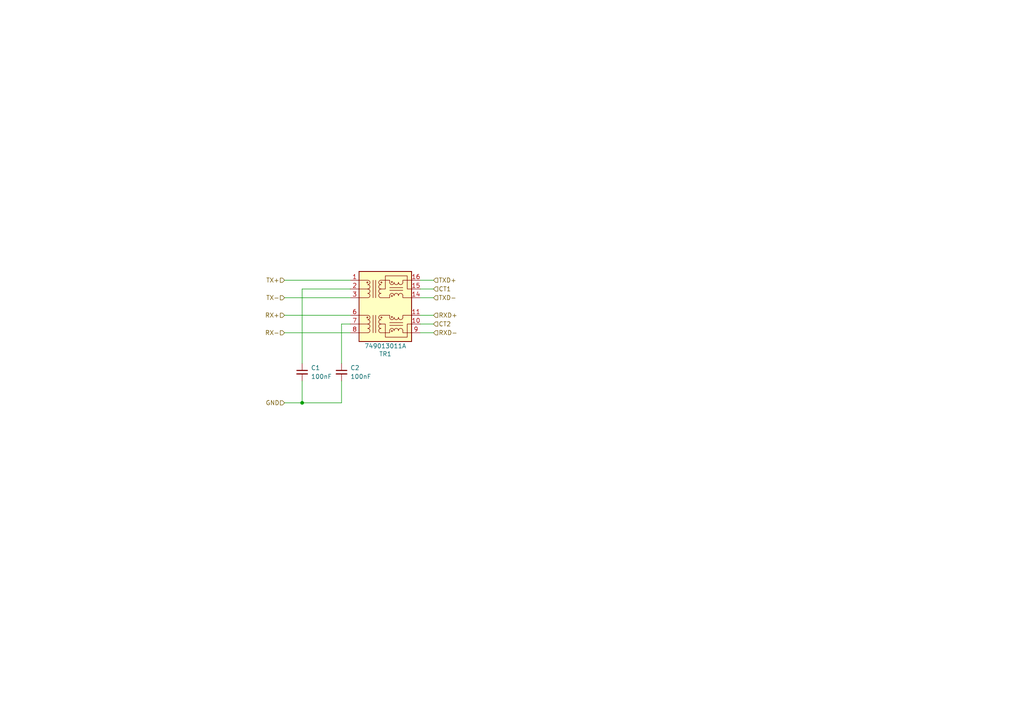
<source format=kicad_sch>
(kicad_sch (version 20211123) (generator eeschema)

  (uuid 6374af81-eb99-47c9-9795-8416c35ddfad)

  (paper "A4")

  (lib_symbols
    (symbol "Device:C_Small" (pin_numbers hide) (pin_names (offset 0.254) hide) (in_bom yes) (on_board yes)
      (property "Reference" "C" (id 0) (at 0.254 1.778 0)
        (effects (font (size 1.27 1.27)) (justify left))
      )
      (property "Value" "C_Small" (id 1) (at 0.254 -2.032 0)
        (effects (font (size 1.27 1.27)) (justify left))
      )
      (property "Footprint" "" (id 2) (at 0 0 0)
        (effects (font (size 1.27 1.27)) hide)
      )
      (property "Datasheet" "~" (id 3) (at 0 0 0)
        (effects (font (size 1.27 1.27)) hide)
      )
      (property "ki_keywords" "capacitor cap" (id 4) (at 0 0 0)
        (effects (font (size 1.27 1.27)) hide)
      )
      (property "ki_description" "Unpolarized capacitor, small symbol" (id 5) (at 0 0 0)
        (effects (font (size 1.27 1.27)) hide)
      )
      (property "ki_fp_filters" "C_*" (id 6) (at 0 0 0)
        (effects (font (size 1.27 1.27)) hide)
      )
      (symbol "C_Small_0_1"
        (polyline
          (pts
            (xy -1.524 -0.508)
            (xy 1.524 -0.508)
          )
          (stroke (width 0.3302) (type default) (color 0 0 0 0))
          (fill (type none))
        )
        (polyline
          (pts
            (xy -1.524 0.508)
            (xy 1.524 0.508)
          )
          (stroke (width 0.3048) (type default) (color 0 0 0 0))
          (fill (type none))
        )
      )
      (symbol "C_Small_1_1"
        (pin passive line (at 0 2.54 270) (length 2.032)
          (name "~" (effects (font (size 1.27 1.27))))
          (number "1" (effects (font (size 1.27 1.27))))
        )
        (pin passive line (at 0 -2.54 90) (length 2.032)
          (name "~" (effects (font (size 1.27 1.27))))
          (number "2" (effects (font (size 1.27 1.27))))
        )
      )
    )
    (symbol "Transformer:PT61017PEL" (pin_names hide) (in_bom yes) (on_board yes)
      (property "Reference" "TR" (id 0) (at 0 10.795 0)
        (effects (font (size 1.27 1.27)))
      )
      (property "Value" "PT61017PEL" (id 1) (at 0 -10.795 0)
        (effects (font (size 1.27 1.27)))
      )
      (property "Footprint" "Transformer_SMD:Transformer_Ethernet_Bourns_PT61017PEL" (id 2) (at 0 -12.7 0)
        (effects (font (size 1.27 1.27)) hide)
      )
      (property "Datasheet" "https://www.bourns.com/docs/Product-Datasheets/PT61017PEL.pdf" (id 3) (at 0 -15.24 0)
        (effects (font (size 1.27 1.27)) hide)
      )
      (property "ki_keywords" "single port ethernet transformer poe center-tap" (id 4) (at 0 0 0)
        (effects (font (size 1.27 1.27)) hide)
      )
      (property "ki_description" "Ethernet LAN 10/100 Base-Tx Transformer with Center Taps" (id 5) (at 0 0 0)
        (effects (font (size 1.27 1.27)) hide)
      )
      (property "ki_fp_filters" "Transformer*Ethernet*Bourns*PT61017PEL*" (id 6) (at 0 0 0)
        (effects (font (size 1.27 1.27)) hide)
      )
      (symbol "PT61017PEL_0_1"
        (rectangle (start -7.62 10.16) (end 7.62 -10.16)
          (stroke (width 0.254) (type default) (color 0 0 0 0))
          (fill (type background))
        )
        (circle (center -5.207 3.175) (radius 0.1778)
          (stroke (width 0) (type default) (color 0 0 0 0))
          (fill (type none))
        )
        (arc (start -5.08 6.35) (mid -4.445 6.985) (end -5.08 7.62)
          (stroke (width 0) (type default) (color 0 0 0 0))
          (fill (type none))
        )
        (polyline
          (pts
            (xy -5.08 2.54)
            (xy -7.62 2.54)
          )
          (stroke (width 0) (type default) (color 0 0 0 0))
          (fill (type none))
        )
        (polyline
          (pts
            (xy -5.08 5.08)
            (xy -7.62 5.08)
          )
          (stroke (width 0) (type default) (color 0 0 0 0))
          (fill (type none))
        )
        (polyline
          (pts
            (xy -5.08 7.62)
            (xy -7.62 7.62)
          )
          (stroke (width 0) (type default) (color 0 0 0 0))
          (fill (type none))
        )
        (polyline
          (pts
            (xy -3.556 -2.54)
            (xy -3.556 -7.62)
          )
          (stroke (width 0) (type default) (color 0 0 0 0))
          (fill (type none))
        )
        (polyline
          (pts
            (xy -3.556 2.54)
            (xy -3.556 7.62)
          )
          (stroke (width 0) (type default) (color 0 0 0 0))
          (fill (type none))
        )
        (polyline
          (pts
            (xy -2.794 -7.62)
            (xy -2.794 -2.54)
          )
          (stroke (width 0) (type default) (color 0 0 0 0))
          (fill (type none))
        )
        (polyline
          (pts
            (xy -2.794 7.62)
            (xy -2.794 2.54)
          )
          (stroke (width 0) (type default) (color 0 0 0 0))
          (fill (type none))
        )
        (polyline
          (pts
            (xy 1.27 4.699)
            (xy 5.08 4.699)
          )
          (stroke (width 0) (type default) (color 0 0 0 0))
          (fill (type none))
        )
        (polyline
          (pts
            (xy 1.27 5.461)
            (xy 5.08 5.461)
          )
          (stroke (width 0) (type default) (color 0 0 0 0))
          (fill (type none))
        )
        (polyline
          (pts
            (xy -1.27 2.54)
            (xy 1.27 2.54)
            (xy 1.27 3.175)
          )
          (stroke (width 0) (type default) (color 0 0 0 0))
          (fill (type none))
        )
        (polyline
          (pts
            (xy 1.27 6.985)
            (xy 1.27 7.62)
            (xy -1.27 7.62)
          )
          (stroke (width 0) (type default) (color 0 0 0 0))
          (fill (type none))
        )
        (polyline
          (pts
            (xy 5.08 3.175)
            (xy 5.08 2.54)
            (xy 7.62 2.54)
          )
          (stroke (width 0) (type default) (color 0 0 0 0))
          (fill (type none))
        )
        (polyline
          (pts
            (xy 5.08 6.985)
            (xy 5.08 7.62)
            (xy 7.62 7.62)
          )
          (stroke (width 0) (type default) (color 0 0 0 0))
          (fill (type none))
        )
        (polyline
          (pts
            (xy -1.27 5.08)
            (xy 0 5.08)
            (xy 0 8.89)
            (xy 6.35 8.89)
            (xy 6.35 5.08)
            (xy 7.62 5.08)
          )
          (stroke (width 0) (type default) (color 0 0 0 0))
          (fill (type none))
        )
      )
      (symbol "PT61017PEL_1_1"
        (circle (center -5.207 -6.985) (radius 0.1778)
          (stroke (width 0) (type default) (color 0 0 0 0))
          (fill (type none))
        )
        (arc (start -5.08 -7.62) (mid -4.445 -6.985) (end -5.08 -6.35)
          (stroke (width 0) (type default) (color 0 0 0 0))
          (fill (type none))
        )
        (arc (start -5.08 -6.35) (mid -4.445 -5.715) (end -5.08 -5.08)
          (stroke (width 0) (type default) (color 0 0 0 0))
          (fill (type none))
        )
        (arc (start -5.08 -5.08) (mid -4.445 -4.445) (end -5.08 -3.81)
          (stroke (width 0) (type default) (color 0 0 0 0))
          (fill (type none))
        )
        (arc (start -5.08 -3.81) (mid -4.445 -3.175) (end -5.08 -2.54)
          (stroke (width 0) (type default) (color 0 0 0 0))
          (fill (type none))
        )
        (arc (start -5.08 2.54) (mid -4.445 3.175) (end -5.08 3.81)
          (stroke (width 0) (type default) (color 0 0 0 0))
          (fill (type none))
        )
        (arc (start -5.08 3.81) (mid -4.445 4.445) (end -5.08 5.08)
          (stroke (width 0) (type default) (color 0 0 0 0))
          (fill (type none))
        )
        (arc (start -5.08 5.08) (mid -4.445 5.715) (end -5.08 6.35)
          (stroke (width 0) (type default) (color 0 0 0 0))
          (fill (type none))
        )
        (arc (start -1.27 -6.35) (mid -1.905 -6.985) (end -1.27 -7.62)
          (stroke (width 0) (type default) (color 0 0 0 0))
          (fill (type none))
        )
        (arc (start -1.27 -5.08) (mid -1.905 -5.715) (end -1.27 -6.35)
          (stroke (width 0) (type default) (color 0 0 0 0))
          (fill (type none))
        )
        (arc (start -1.27 -3.81) (mid -1.905 -4.445) (end -1.27 -5.08)
          (stroke (width 0) (type default) (color 0 0 0 0))
          (fill (type none))
        )
        (arc (start -1.27 -2.54) (mid -1.905 -3.175) (end -1.27 -3.81)
          (stroke (width 0) (type default) (color 0 0 0 0))
          (fill (type none))
        )
        (arc (start -1.27 3.81) (mid -1.905 3.175) (end -1.27 2.54)
          (stroke (width 0) (type default) (color 0 0 0 0))
          (fill (type none))
        )
        (arc (start -1.27 5.08) (mid -1.905 4.445) (end -1.27 3.81)
          (stroke (width 0) (type default) (color 0 0 0 0))
          (fill (type none))
        )
        (arc (start -1.27 6.35) (mid -1.905 5.715) (end -1.27 5.08)
          (stroke (width 0) (type default) (color 0 0 0 0))
          (fill (type none))
        )
        (arc (start -1.27 7.62) (mid -1.905 6.985) (end -1.27 6.35)
          (stroke (width 0) (type default) (color 0 0 0 0))
          (fill (type none))
        )
        (circle (center -1.143 -6.985) (radius 0.1778)
          (stroke (width 0) (type default) (color 0 0 0 0))
          (fill (type none))
        )
        (circle (center -1.143 3.175) (radius 0.1778)
          (stroke (width 0) (type default) (color 0 0 0 0))
          (fill (type none))
        )
        (polyline
          (pts
            (xy -5.08 -7.62)
            (xy -7.62 -7.62)
          )
          (stroke (width 0) (type default) (color 0 0 0 0))
          (fill (type none))
        )
        (polyline
          (pts
            (xy -5.08 -5.08)
            (xy -7.62 -5.08)
          )
          (stroke (width 0) (type default) (color 0 0 0 0))
          (fill (type none))
        )
        (polyline
          (pts
            (xy -5.08 -2.54)
            (xy -7.62 -2.54)
          )
          (stroke (width 0) (type default) (color 0 0 0 0))
          (fill (type none))
        )
        (polyline
          (pts
            (xy 1.27 -5.461)
            (xy 5.08 -5.461)
          )
          (stroke (width 0) (type default) (color 0 0 0 0))
          (fill (type none))
        )
        (polyline
          (pts
            (xy 1.27 -4.699)
            (xy 5.08 -4.699)
          )
          (stroke (width 0) (type default) (color 0 0 0 0))
          (fill (type none))
        )
        (polyline
          (pts
            (xy -1.27 -7.62)
            (xy 1.27 -7.62)
            (xy 1.27 -6.985)
          )
          (stroke (width 0) (type default) (color 0 0 0 0))
          (fill (type none))
        )
        (polyline
          (pts
            (xy 1.27 -3.175)
            (xy 1.27 -2.54)
            (xy -1.27 -2.54)
          )
          (stroke (width 0) (type default) (color 0 0 0 0))
          (fill (type none))
        )
        (polyline
          (pts
            (xy 5.08 -6.985)
            (xy 5.08 -7.62)
            (xy 7.62 -7.62)
          )
          (stroke (width 0) (type default) (color 0 0 0 0))
          (fill (type none))
        )
        (polyline
          (pts
            (xy 5.08 -3.175)
            (xy 5.08 -2.54)
            (xy 7.62 -2.54)
          )
          (stroke (width 0) (type default) (color 0 0 0 0))
          (fill (type none))
        )
        (polyline
          (pts
            (xy 7.62 -5.08)
            (xy 6.35 -5.08)
            (xy 6.35 -8.89)
            (xy 0 -8.89)
            (xy 0 -5.08)
            (xy -1.27 -5.08)
          )
          (stroke (width 0) (type default) (color 0 0 0 0))
          (fill (type none))
        )
        (arc (start 1.27 -3.175) (mid 1.905 -3.81) (end 2.54 -3.175)
          (stroke (width 0) (type default) (color 0 0 0 0))
          (fill (type none))
        )
        (arc (start 1.27 6.985) (mid 1.905 6.35) (end 2.54 6.985)
          (stroke (width 0) (type default) (color 0 0 0 0))
          (fill (type none))
        )
        (circle (center 1.905 -7.112) (radius 0.1778)
          (stroke (width 0) (type default) (color 0 0 0 0))
          (fill (type none))
        )
        (circle (center 1.905 -3.048) (radius 0.1778)
          (stroke (width 0) (type default) (color 0 0 0 0))
          (fill (type none))
        )
        (circle (center 1.905 3.048) (radius 0.1778)
          (stroke (width 0) (type default) (color 0 0 0 0))
          (fill (type none))
        )
        (circle (center 1.905 7.112) (radius 0.1778)
          (stroke (width 0) (type default) (color 0 0 0 0))
          (fill (type none))
        )
        (arc (start 2.54 -6.985) (mid 1.905 -6.35) (end 1.27 -6.985)
          (stroke (width 0) (type default) (color 0 0 0 0))
          (fill (type none))
        )
        (arc (start 2.54 -3.175) (mid 3.175 -3.81) (end 3.81 -3.175)
          (stroke (width 0) (type default) (color 0 0 0 0))
          (fill (type none))
        )
        (arc (start 2.54 3.175) (mid 1.905 3.81) (end 1.27 3.175)
          (stroke (width 0) (type default) (color 0 0 0 0))
          (fill (type none))
        )
        (arc (start 2.54 6.985) (mid 3.175 6.35) (end 3.81 6.985)
          (stroke (width 0) (type default) (color 0 0 0 0))
          (fill (type none))
        )
        (arc (start 3.81 -6.985) (mid 3.175 -6.35) (end 2.54 -6.985)
          (stroke (width 0) (type default) (color 0 0 0 0))
          (fill (type none))
        )
        (arc (start 3.81 -3.175) (mid 4.445 -3.81) (end 5.08 -3.175)
          (stroke (width 0) (type default) (color 0 0 0 0))
          (fill (type none))
        )
        (arc (start 3.81 3.175) (mid 3.175 3.81) (end 2.54 3.175)
          (stroke (width 0) (type default) (color 0 0 0 0))
          (fill (type none))
        )
        (arc (start 3.81 6.985) (mid 4.445 6.35) (end 5.08 6.985)
          (stroke (width 0) (type default) (color 0 0 0 0))
          (fill (type none))
        )
        (arc (start 5.08 -6.985) (mid 4.445 -6.35) (end 3.81 -6.985)
          (stroke (width 0) (type default) (color 0 0 0 0))
          (fill (type none))
        )
        (arc (start 5.08 3.175) (mid 4.445 3.81) (end 3.81 3.175)
          (stroke (width 0) (type default) (color 0 0 0 0))
          (fill (type none))
        )
        (pin passive line (at -10.16 -7.62 0) (length 2.54)
          (name "TD+" (effects (font (size 1.27 1.27))))
          (number "1" (effects (font (size 1.27 1.27))))
        )
        (pin passive line (at 10.16 5.08 180) (length 2.54)
          (name "C_RX" (effects (font (size 1.27 1.27))))
          (number "10" (effects (font (size 1.27 1.27))))
        )
        (pin passive line (at 10.16 2.54 180) (length 2.54)
          (name "RX+" (effects (font (size 1.27 1.27))))
          (number "11" (effects (font (size 1.27 1.27))))
        )
        (pin passive line (at 10.16 -2.54 180) (length 2.54)
          (name "TX-" (effects (font (size 1.27 1.27))))
          (number "14" (effects (font (size 1.27 1.27))))
        )
        (pin passive line (at 10.16 -5.08 180) (length 2.54)
          (name "C_TX" (effects (font (size 1.27 1.27))))
          (number "15" (effects (font (size 1.27 1.27))))
        )
        (pin passive line (at 10.16 -7.62 180) (length 2.54)
          (name "TX+" (effects (font (size 1.27 1.27))))
          (number "16" (effects (font (size 1.27 1.27))))
        )
        (pin passive line (at -10.16 -5.08 0) (length 2.54)
          (name "C_TD" (effects (font (size 1.27 1.27))))
          (number "2" (effects (font (size 1.27 1.27))))
        )
        (pin passive line (at -10.16 -2.54 0) (length 2.54)
          (name "TD-" (effects (font (size 1.27 1.27))))
          (number "3" (effects (font (size 1.27 1.27))))
        )
        (pin passive line (at -10.16 2.54 0) (length 2.54)
          (name "RD+" (effects (font (size 1.27 1.27))))
          (number "6" (effects (font (size 1.27 1.27))))
        )
        (pin passive line (at -10.16 5.08 0) (length 2.54)
          (name "C_RD" (effects (font (size 1.27 1.27))))
          (number "7" (effects (font (size 1.27 1.27))))
        )
        (pin passive line (at -10.16 7.62 0) (length 2.54)
          (name "RD-" (effects (font (size 1.27 1.27))))
          (number "8" (effects (font (size 1.27 1.27))))
        )
        (pin passive line (at 10.16 7.62 180) (length 2.54)
          (name "RX-" (effects (font (size 1.27 1.27))))
          (number "9" (effects (font (size 1.27 1.27))))
        )
      )
    )
  )

  (junction (at 87.63 116.84) (diameter 0) (color 0 0 0 0)
    (uuid c2448749-67bf-4b52-8c27-8f353fc24025)
  )

  (wire (pts (xy 99.06 110.49) (xy 99.06 116.84))
    (stroke (width 0) (type default) (color 0 0 0 0))
    (uuid 0117e2c9-0bc4-4169-8526-9d7de17cde1a)
  )
  (wire (pts (xy 87.63 83.82) (xy 101.6 83.82))
    (stroke (width 0) (type default) (color 0 0 0 0))
    (uuid 06b9c66b-0a26-4a71-ba01-8a50d50e02b4)
  )
  (wire (pts (xy 99.06 93.98) (xy 101.6 93.98))
    (stroke (width 0) (type default) (color 0 0 0 0))
    (uuid 160cd44b-b3f0-4b16-8f8b-33a90e1bd6c0)
  )
  (wire (pts (xy 87.63 116.84) (xy 87.63 110.49))
    (stroke (width 0) (type default) (color 0 0 0 0))
    (uuid 300e7c62-5ed3-4e01-a1f7-23821a9f794d)
  )
  (wire (pts (xy 121.92 96.52) (xy 125.73 96.52))
    (stroke (width 0) (type default) (color 0 0 0 0))
    (uuid 3a20dd35-4c6e-4e4c-8083-3080eb9fb051)
  )
  (wire (pts (xy 82.55 86.36) (xy 101.6 86.36))
    (stroke (width 0) (type default) (color 0 0 0 0))
    (uuid 482926cf-f2a0-4faa-a846-00f26911318b)
  )
  (wire (pts (xy 87.63 105.41) (xy 87.63 83.82))
    (stroke (width 0) (type default) (color 0 0 0 0))
    (uuid 4b71c443-d38a-47ee-a2b2-59587f23b836)
  )
  (wire (pts (xy 99.06 105.41) (xy 99.06 93.98))
    (stroke (width 0) (type default) (color 0 0 0 0))
    (uuid 587fe760-4ced-4ca1-bc2a-6d8cdd4d78f2)
  )
  (wire (pts (xy 121.92 91.44) (xy 125.73 91.44))
    (stroke (width 0) (type default) (color 0 0 0 0))
    (uuid 639a3d38-6c83-44f8-b02d-25e63535ab37)
  )
  (wire (pts (xy 121.92 83.82) (xy 125.73 83.82))
    (stroke (width 0) (type default) (color 0 0 0 0))
    (uuid 6a16c9a2-1452-45a4-827e-59702e583970)
  )
  (wire (pts (xy 82.55 96.52) (xy 101.6 96.52))
    (stroke (width 0) (type default) (color 0 0 0 0))
    (uuid 76b960d5-2eca-4525-8b61-de988aba91f6)
  )
  (wire (pts (xy 121.92 86.36) (xy 125.73 86.36))
    (stroke (width 0) (type default) (color 0 0 0 0))
    (uuid 9100f8fe-4708-469f-81b8-dae10c3bf5d6)
  )
  (wire (pts (xy 121.92 93.98) (xy 125.73 93.98))
    (stroke (width 0) (type default) (color 0 0 0 0))
    (uuid 93f1db2e-a97c-4557-b264-c53aea73f652)
  )
  (wire (pts (xy 82.55 116.84) (xy 87.63 116.84))
    (stroke (width 0) (type default) (color 0 0 0 0))
    (uuid 96dc7f58-2ccc-4792-a4ee-017a0675b3a9)
  )
  (wire (pts (xy 82.55 91.44) (xy 101.6 91.44))
    (stroke (width 0) (type default) (color 0 0 0 0))
    (uuid 9913bafc-eb1a-4133-aa73-cee6465efc43)
  )
  (wire (pts (xy 82.55 81.28) (xy 101.6 81.28))
    (stroke (width 0) (type default) (color 0 0 0 0))
    (uuid b518f6a6-9101-4d5e-898d-8ac3d478eb50)
  )
  (wire (pts (xy 99.06 116.84) (xy 87.63 116.84))
    (stroke (width 0) (type default) (color 0 0 0 0))
    (uuid d0844466-07cd-48bb-8444-fde49f0ed70a)
  )
  (wire (pts (xy 121.92 81.28) (xy 125.73 81.28))
    (stroke (width 0) (type default) (color 0 0 0 0))
    (uuid f7d74032-b324-44da-95d2-1494e52949a8)
  )

  (hierarchical_label "TX-" (shape input) (at 82.55 86.36 180)
    (effects (font (size 1.27 1.27)) (justify right))
    (uuid 1afcce89-9b86-4476-a627-24de1df120c6)
  )
  (hierarchical_label "RXD-" (shape input) (at 125.73 96.52 0)
    (effects (font (size 1.27 1.27)) (justify left))
    (uuid 2b9fb479-07c7-4c25-bc7f-fd2499190eb6)
  )
  (hierarchical_label "CT1" (shape input) (at 125.73 83.82 0)
    (effects (font (size 1.27 1.27)) (justify left))
    (uuid 2f686dbe-734e-400f-a9e5-604c4d0db868)
  )
  (hierarchical_label "RX-" (shape input) (at 82.55 96.52 180)
    (effects (font (size 1.27 1.27)) (justify right))
    (uuid 6db55c4b-6d33-438a-a50c-99e326498922)
  )
  (hierarchical_label "CT2" (shape input) (at 125.73 93.98 0)
    (effects (font (size 1.27 1.27)) (justify left))
    (uuid 8c63ef30-087f-4e84-98d0-a43bb4ac27c6)
  )
  (hierarchical_label "TXD+" (shape input) (at 125.73 81.28 0)
    (effects (font (size 1.27 1.27)) (justify left))
    (uuid 91386e77-24a7-4219-8a16-3219281e9ced)
  )
  (hierarchical_label "RX+" (shape input) (at 82.55 91.44 180)
    (effects (font (size 1.27 1.27)) (justify right))
    (uuid b33297fb-dc47-4dd6-912a-cdac9df88f1a)
  )
  (hierarchical_label "TXD-" (shape input) (at 125.73 86.36 0)
    (effects (font (size 1.27 1.27)) (justify left))
    (uuid bed4507b-4334-4e27-b13b-14fdf506eabd)
  )
  (hierarchical_label "GND" (shape input) (at 82.55 116.84 180)
    (effects (font (size 1.27 1.27)) (justify right))
    (uuid d301bacc-29d1-4c27-adff-bf559058d640)
  )
  (hierarchical_label "RXD+" (shape input) (at 125.73 91.44 0)
    (effects (font (size 1.27 1.27)) (justify left))
    (uuid e93e40ac-71a7-4cb0-90f8-6e9bd979905e)
  )
  (hierarchical_label "TX+" (shape input) (at 82.55 81.28 180)
    (effects (font (size 1.27 1.27)) (justify right))
    (uuid ffbcd56e-eead-43d2-b7f6-86813acfe3b1)
  )

  (symbol (lib_id "Transformer:PT61017PEL") (at 111.76 88.9 0) (mirror x) (unit 1)
    (in_bom yes) (on_board yes)
    (uuid 04702e2f-6ab2-45dd-86f2-853e442c35e8)
    (property "Reference" "TR1" (id 0) (at 111.76 102.6668 0))
    (property "Value" "749013011A" (id 1) (at 111.76 100.3554 0))
    (property "Footprint" "parts:749013011A" (id 2) (at 111.76 76.2 0)
      (effects (font (size 1.27 1.27)) hide)
    )
    (property "Datasheet" "https://www.we-online.com/components/products/datasheet/749013011A.pdf" (id 3) (at 93.98 97.79 0)
      (effects (font (size 1.27 1.27)) hide)
    )
    (property "Digi-Key_PN" "732-7063-1-ND" (id 4) (at 111.76 88.9 0)
      (effects (font (size 1.27 1.27)) hide)
    )
    (pin "1" (uuid 2d4e8c18-d324-40e3-9c93-6f3534cde173))
    (pin "10" (uuid b088b5da-840f-49b4-84c6-645ca0622104))
    (pin "11" (uuid abc58a62-cdac-4ee8-89cb-2f5945172245))
    (pin "14" (uuid af42b70c-2af1-4a27-8eb8-041623d50315))
    (pin "15" (uuid ffa21b52-fc6b-4182-821b-708b59983d74))
    (pin "16" (uuid 457d1797-d607-4528-8fe9-d8d309aa4052))
    (pin "2" (uuid c1b9d06f-8640-4df7-a7d5-3b1ae77dab51))
    (pin "3" (uuid 4ab0d05c-18c0-4b4f-96af-5922549de3b6))
    (pin "6" (uuid 6e388c18-3258-4d76-9ba9-8592a1a81c24))
    (pin "7" (uuid 81f69dca-ea32-47ec-8471-44a417a3c34b))
    (pin "8" (uuid 0595eb20-3ee4-439d-895b-aa2c698ce796))
    (pin "9" (uuid 911075dd-17bf-4b1c-8783-5a36fc5f8c81))
  )

  (symbol (lib_id "Device:C_Small") (at 99.06 107.95 0) (unit 1)
    (in_bom yes) (on_board yes) (fields_autoplaced)
    (uuid 95e9b42a-95f1-488f-92c9-73256f4ec2bc)
    (property "Reference" "C2" (id 0) (at 101.6 106.6862 0)
      (effects (font (size 1.27 1.27)) (justify left))
    )
    (property "Value" "100nF" (id 1) (at 101.6 109.2262 0)
      (effects (font (size 1.27 1.27)) (justify left))
    )
    (property "Footprint" "Capacitor_SMD:C_0402_1005Metric_Pad0.74x0.62mm_HandSolder" (id 2) (at 99.06 107.95 0)
      (effects (font (size 1.27 1.27)) hide)
    )
    (property "Datasheet" "~" (id 3) (at 99.06 107.95 0)
      (effects (font (size 1.27 1.27)) hide)
    )
    (pin "1" (uuid d59de6e0-5a4a-40db-81b7-9e80044fc75d))
    (pin "2" (uuid f75d9d59-e337-41ca-82ed-ab4964543075))
  )

  (symbol (lib_id "Device:C_Small") (at 87.63 107.95 0) (unit 1)
    (in_bom yes) (on_board yes) (fields_autoplaced)
    (uuid cf69e63a-6d74-4d0f-9f87-df6e6e0e1ff1)
    (property "Reference" "C1" (id 0) (at 90.17 106.6862 0)
      (effects (font (size 1.27 1.27)) (justify left))
    )
    (property "Value" "100nF" (id 1) (at 90.17 109.2262 0)
      (effects (font (size 1.27 1.27)) (justify left))
    )
    (property "Footprint" "Capacitor_SMD:C_0402_1005Metric_Pad0.74x0.62mm_HandSolder" (id 2) (at 87.63 107.95 0)
      (effects (font (size 1.27 1.27)) hide)
    )
    (property "Datasheet" "~" (id 3) (at 87.63 107.95 0)
      (effects (font (size 1.27 1.27)) hide)
    )
    (pin "1" (uuid 918d76e3-46f5-4ad2-ba84-6b1cf936d55f))
    (pin "2" (uuid 3e5ae106-d1f1-4409-8d0a-5cd80a392c78))
  )
)

</source>
